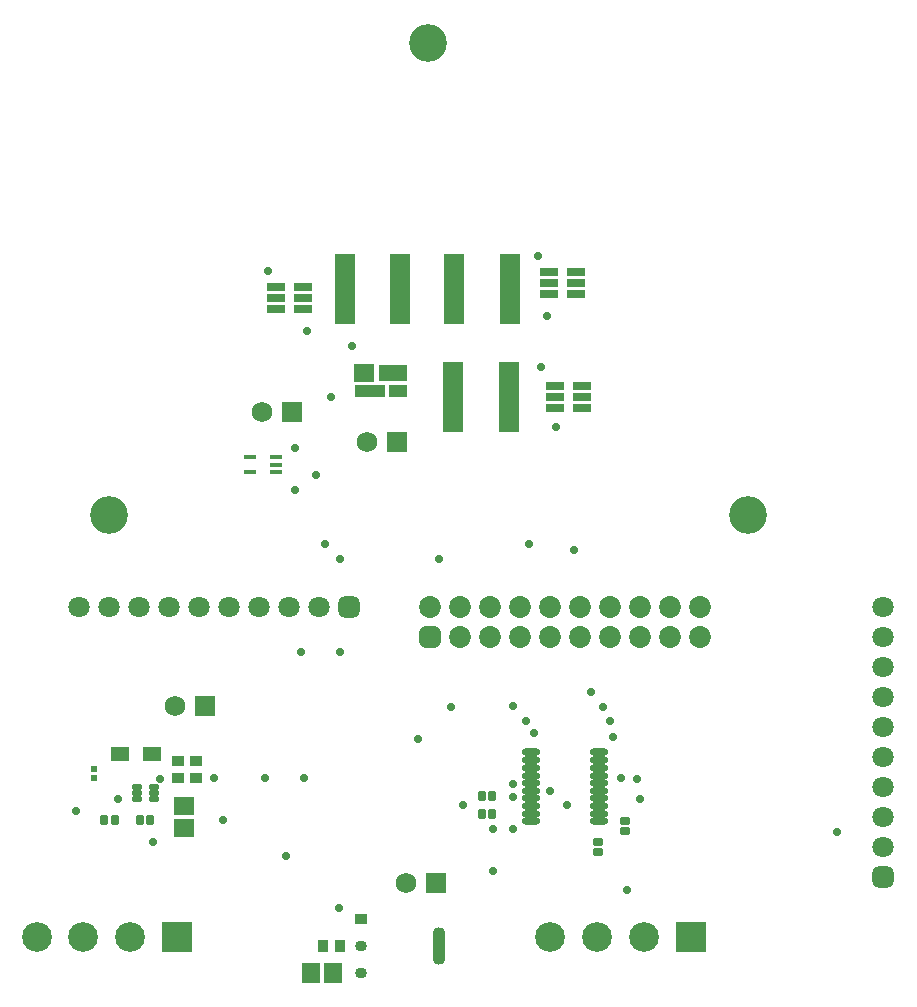
<source format=gts>
G04*
G04 #@! TF.GenerationSoftware,Altium Limited,Altium Designer,21.6.4 (81)*
G04*
G04 Layer_Color=8388736*
%FSLAX23Y23*%
%MOIN*%
G70*
G04*
G04 #@! TF.SameCoordinates,B862E28A-B53C-4780-801C-F1A4676C09CD*
G04*
G04*
G04 #@! TF.FilePolarity,Negative*
G04*
G01*
G75*
%ADD32R,0.020X0.020*%
G04:AMPARAMS|DCode=34|XSize=37mil|YSize=16mil|CornerRadius=2mil|HoleSize=0mil|Usage=FLASHONLY|Rotation=180.000|XOffset=0mil|YOffset=0mil|HoleType=Round|Shape=RoundedRectangle|*
%AMROUNDEDRECTD34*
21,1,0.037,0.012,0,0,180.0*
21,1,0.033,0.016,0,0,180.0*
1,1,0.004,-0.017,0.006*
1,1,0.004,0.017,0.006*
1,1,0.004,0.017,-0.006*
1,1,0.004,-0.017,-0.006*
%
%ADD34ROUNDEDRECTD34*%
G04:AMPARAMS|DCode=35|XSize=40mil|YSize=125mil|CornerRadius=17mil|HoleSize=0mil|Usage=FLASHONLY|Rotation=0.000|XOffset=0mil|YOffset=0mil|HoleType=Round|Shape=RoundedRectangle|*
%AMROUNDEDRECTD35*
21,1,0.040,0.091,0,0,0.0*
21,1,0.005,0.125,0,0,0.0*
1,1,0.034,0.003,-0.045*
1,1,0.034,-0.003,-0.045*
1,1,0.034,-0.003,0.045*
1,1,0.034,0.003,0.045*
%
%ADD35ROUNDEDRECTD35*%
G04:AMPARAMS|DCode=36|XSize=40mil|YSize=34mil|CornerRadius=17mil|HoleSize=0mil|Usage=FLASHONLY|Rotation=0.000|XOffset=0mil|YOffset=0mil|HoleType=Round|Shape=RoundedRectangle|*
%AMROUNDEDRECTD36*
21,1,0.040,0.000,0,0,0.0*
21,1,0.005,0.034,0,0,0.0*
1,1,0.034,0.003,0.000*
1,1,0.034,-0.003,0.000*
1,1,0.034,-0.003,0.000*
1,1,0.034,0.003,0.000*
%
%ADD36ROUNDEDRECTD36*%
%ADD37R,0.040X0.034*%
%ADD38R,0.059X0.047*%
%ADD39R,0.059X0.027*%
%ADD40R,0.071X0.232*%
%ADD41R,0.059X0.067*%
%ADD42R,0.067X0.059*%
%ADD43R,0.034X0.043*%
%ADD44R,0.043X0.034*%
G04:AMPARAMS|DCode=45|XSize=27mil|YSize=32mil|CornerRadius=6mil|HoleSize=0mil|Usage=FLASHONLY|Rotation=0.000|XOffset=0mil|YOffset=0mil|HoleType=Round|Shape=RoundedRectangle|*
%AMROUNDEDRECTD45*
21,1,0.027,0.020,0,0,0.0*
21,1,0.015,0.032,0,0,0.0*
1,1,0.012,0.008,-0.010*
1,1,0.012,-0.008,-0.010*
1,1,0.012,-0.008,0.010*
1,1,0.012,0.008,0.010*
%
%ADD45ROUNDEDRECTD45*%
G04:AMPARAMS|DCode=46|XSize=27mil|YSize=32mil|CornerRadius=6mil|HoleSize=0mil|Usage=FLASHONLY|Rotation=270.000|XOffset=0mil|YOffset=0mil|HoleType=Round|Shape=RoundedRectangle|*
%AMROUNDEDRECTD46*
21,1,0.027,0.020,0,0,270.0*
21,1,0.015,0.032,0,0,270.0*
1,1,0.012,-0.010,-0.008*
1,1,0.012,-0.010,0.008*
1,1,0.012,0.010,0.008*
1,1,0.012,0.010,-0.008*
%
%ADD46ROUNDEDRECTD46*%
%ADD47R,0.095X0.055*%
%ADD48R,0.067X0.059*%
%ADD49R,0.102X0.039*%
%ADD50R,0.059X0.043*%
G04:AMPARAMS|DCode=51|XSize=34mil|YSize=20mil|CornerRadius=5mil|HoleSize=0mil|Usage=FLASHONLY|Rotation=180.000|XOffset=0mil|YOffset=0mil|HoleType=Round|Shape=RoundedRectangle|*
%AMROUNDEDRECTD51*
21,1,0.034,0.010,0,0,180.0*
21,1,0.024,0.020,0,0,180.0*
1,1,0.010,-0.012,0.005*
1,1,0.010,0.012,0.005*
1,1,0.010,0.012,-0.005*
1,1,0.010,-0.012,-0.005*
%
%ADD51ROUNDEDRECTD51*%
%ADD52O,0.061X0.024*%
%ADD53C,0.069*%
%ADD54R,0.069X0.069*%
%ADD55C,0.126*%
%ADD56C,0.073*%
G04:AMPARAMS|DCode=57|XSize=73mil|YSize=73mil|CornerRadius=20mil|HoleSize=0mil|Usage=FLASHONLY|Rotation=0.000|XOffset=0mil|YOffset=0mil|HoleType=Round|Shape=RoundedRectangle|*
%AMROUNDEDRECTD57*
21,1,0.073,0.032,0,0,0.0*
21,1,0.032,0.073,0,0,0.0*
1,1,0.040,0.016,-0.016*
1,1,0.040,-0.016,-0.016*
1,1,0.040,-0.016,0.016*
1,1,0.040,0.016,0.016*
%
%ADD57ROUNDEDRECTD57*%
%ADD58C,0.071*%
G04:AMPARAMS|DCode=59|XSize=71mil|YSize=71mil|CornerRadius=20mil|HoleSize=0mil|Usage=FLASHONLY|Rotation=180.000|XOffset=0mil|YOffset=0mil|HoleType=Round|Shape=RoundedRectangle|*
%AMROUNDEDRECTD59*
21,1,0.071,0.031,0,0,180.0*
21,1,0.031,0.071,0,0,180.0*
1,1,0.039,-0.016,0.016*
1,1,0.039,0.016,0.016*
1,1,0.039,0.016,-0.016*
1,1,0.039,-0.016,-0.016*
%
%ADD59ROUNDEDRECTD59*%
G04:AMPARAMS|DCode=60|XSize=71mil|YSize=71mil|CornerRadius=20mil|HoleSize=0mil|Usage=FLASHONLY|Rotation=90.000|XOffset=0mil|YOffset=0mil|HoleType=Round|Shape=RoundedRectangle|*
%AMROUNDEDRECTD60*
21,1,0.071,0.031,0,0,90.0*
21,1,0.031,0.071,0,0,90.0*
1,1,0.039,0.016,0.016*
1,1,0.039,0.016,-0.016*
1,1,0.039,-0.016,-0.016*
1,1,0.039,-0.016,0.016*
%
%ADD60ROUNDEDRECTD60*%
%ADD61C,0.099*%
%ADD62R,0.099X0.099*%
%ADD63C,0.028*%
D32*
X480Y760D02*
D03*
Y729D02*
D03*
D34*
X1000Y1749D02*
D03*
Y1800D02*
D03*
X1087D02*
D03*
Y1774D02*
D03*
Y1749D02*
D03*
D35*
X1629Y170D02*
D03*
D36*
X1370Y80D02*
D03*
Y170D02*
D03*
D37*
Y260D02*
D03*
D38*
X673Y810D02*
D03*
X567D02*
D03*
D39*
X1995Y2343D02*
D03*
Y2380D02*
D03*
Y2417D02*
D03*
X2085D02*
D03*
Y2380D02*
D03*
Y2343D02*
D03*
X2015Y1963D02*
D03*
Y2000D02*
D03*
Y2037D02*
D03*
X2105D02*
D03*
Y2000D02*
D03*
Y1963D02*
D03*
X1085Y2293D02*
D03*
Y2330D02*
D03*
Y2367D02*
D03*
X1175D02*
D03*
Y2330D02*
D03*
Y2293D02*
D03*
D40*
X1680Y2360D02*
D03*
X1865D02*
D03*
X1677Y2000D02*
D03*
X1863D02*
D03*
X1500Y2360D02*
D03*
X1315D02*
D03*
D41*
X1277Y80D02*
D03*
X1203D02*
D03*
D42*
X780Y563D02*
D03*
Y637D02*
D03*
D43*
X1243Y170D02*
D03*
X1300D02*
D03*
D44*
X760Y730D02*
D03*
Y787D02*
D03*
X820Y730D02*
D03*
Y787D02*
D03*
D45*
X1771Y670D02*
D03*
X1806D02*
D03*
Y610D02*
D03*
X1771D02*
D03*
X512Y590D02*
D03*
X548D02*
D03*
X666D02*
D03*
X631D02*
D03*
D46*
X2250Y588D02*
D03*
Y552D02*
D03*
X2160Y482D02*
D03*
Y518D02*
D03*
D47*
X1476Y2080D02*
D03*
D48*
X1380D02*
D03*
D49*
X1398Y2019D02*
D03*
D50*
X1494D02*
D03*
D51*
X622Y661D02*
D03*
Y680D02*
D03*
Y700D02*
D03*
X680D02*
D03*
Y680D02*
D03*
Y661D02*
D03*
D52*
X1937Y815D02*
D03*
Y790D02*
D03*
Y764D02*
D03*
Y738D02*
D03*
Y713D02*
D03*
Y687D02*
D03*
Y662D02*
D03*
Y636D02*
D03*
Y610D02*
D03*
Y585D02*
D03*
X2163Y815D02*
D03*
Y790D02*
D03*
Y764D02*
D03*
Y738D02*
D03*
Y713D02*
D03*
Y687D02*
D03*
Y662D02*
D03*
Y636D02*
D03*
Y610D02*
D03*
Y585D02*
D03*
D53*
X1390Y1850D02*
D03*
X1040Y1950D02*
D03*
X1520Y380D02*
D03*
X750Y970D02*
D03*
D54*
X1490Y1850D02*
D03*
X1140Y1950D02*
D03*
X1620Y380D02*
D03*
X850Y970D02*
D03*
D55*
X2658Y1605D02*
D03*
X1593Y3180D02*
D03*
X528Y1605D02*
D03*
D56*
X2300Y1300D02*
D03*
Y1200D02*
D03*
X2100Y1300D02*
D03*
Y1200D02*
D03*
X2000Y1300D02*
D03*
Y1200D02*
D03*
X1700Y1300D02*
D03*
Y1200D02*
D03*
X1600Y1300D02*
D03*
X1800Y1200D02*
D03*
Y1300D02*
D03*
X1900Y1200D02*
D03*
Y1300D02*
D03*
X2200Y1200D02*
D03*
Y1300D02*
D03*
X2400Y1200D02*
D03*
X2500D02*
D03*
X2400Y1300D02*
D03*
X2500D02*
D03*
D57*
X1600Y1200D02*
D03*
D58*
X630Y1300D02*
D03*
X730D02*
D03*
X930D02*
D03*
X1130D02*
D03*
X1230D02*
D03*
X1030D02*
D03*
X830D02*
D03*
X530D02*
D03*
X430D02*
D03*
X3110Y1100D02*
D03*
Y1000D02*
D03*
Y800D02*
D03*
Y600D02*
D03*
Y500D02*
D03*
Y700D02*
D03*
Y900D02*
D03*
Y1200D02*
D03*
Y1300D02*
D03*
D59*
X1330D02*
D03*
D60*
X3110Y400D02*
D03*
D61*
X2000Y200D02*
D03*
X2156D02*
D03*
X2312D02*
D03*
X600D02*
D03*
X444D02*
D03*
X288D02*
D03*
D62*
X2468D02*
D03*
X756D02*
D03*
D63*
X910Y590D02*
D03*
X880Y730D02*
D03*
X1270Y2000D02*
D03*
X420Y620D02*
D03*
X700Y725D02*
D03*
X675Y515D02*
D03*
X2955Y550D02*
D03*
X1875Y710D02*
D03*
Y665D02*
D03*
X2255Y355D02*
D03*
X2055Y640D02*
D03*
X1670Y965D02*
D03*
X1875Y560D02*
D03*
X2000Y685D02*
D03*
X2200Y920D02*
D03*
X2210Y865D02*
D03*
X2175Y965D02*
D03*
X2135Y1015D02*
D03*
X1875Y970D02*
D03*
X1920Y920D02*
D03*
X1945Y880D02*
D03*
X2300Y660D02*
D03*
X2290Y725D02*
D03*
X2235Y730D02*
D03*
X1295Y295D02*
D03*
X1810Y560D02*
D03*
Y420D02*
D03*
X1560Y860D02*
D03*
X1300Y1460D02*
D03*
X1630D02*
D03*
X1250Y1510D02*
D03*
X1930D02*
D03*
X1170Y1150D02*
D03*
X1300D02*
D03*
X2080Y1490D02*
D03*
X1340Y2170D02*
D03*
X1150Y1830D02*
D03*
Y1690D02*
D03*
X1220Y1740D02*
D03*
X1990Y2270D02*
D03*
X1970Y2100D02*
D03*
X1190Y2220D02*
D03*
X2020Y1900D02*
D03*
X1180Y730D02*
D03*
X1050D02*
D03*
X1060Y2420D02*
D03*
X1960Y2470D02*
D03*
X1710Y640D02*
D03*
X560Y660D02*
D03*
X1120Y470D02*
D03*
M02*

</source>
